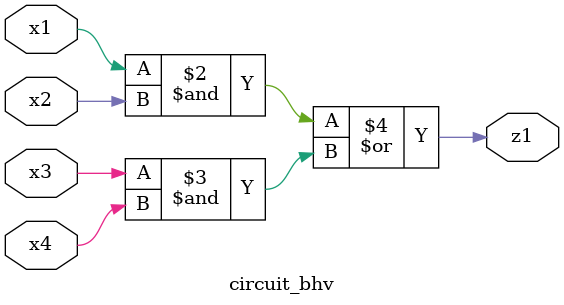
<source format=v>

`timescale 1ns / 1ns

module circuit_bhv(input wire x1, x2, x3, x4,
		output reg z1);

   always @ (x1 or x2 or x3 or x4)
   begin
      z1 = (x1 & x2) | (x3 & x4);
   end

endmodule  
</source>
